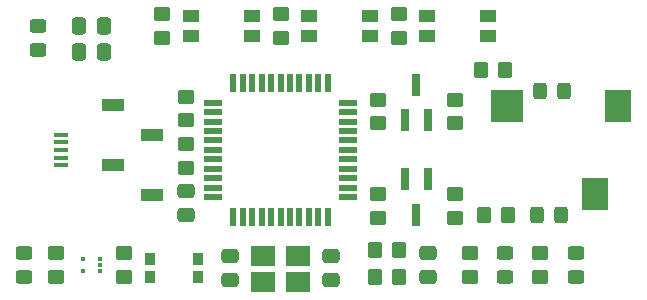
<source format=gbr>
%TF.GenerationSoftware,KiCad,Pcbnew,(6.0.0)*%
%TF.CreationDate,2022-01-19T15:31:05-06:00*%
%TF.ProjectId,microkfd,6d696372-6f6b-4666-942e-6b696361645f,C*%
%TF.SameCoordinates,Original*%
%TF.FileFunction,Paste,Top*%
%TF.FilePolarity,Positive*%
%FSLAX46Y46*%
G04 Gerber Fmt 4.6, Leading zero omitted, Abs format (unit mm)*
G04 Created by KiCad (PCBNEW (6.0.0)) date 2022-01-19 15:31:05*
%MOMM*%
%LPD*%
G01*
G04 APERTURE LIST*
G04 Aperture macros list*
%AMRoundRect*
0 Rectangle with rounded corners*
0 $1 Rounding radius*
0 $2 $3 $4 $5 $6 $7 $8 $9 X,Y pos of 4 corners*
0 Add a 4 corners polygon primitive as box body*
4,1,4,$2,$3,$4,$5,$6,$7,$8,$9,$2,$3,0*
0 Add four circle primitives for the rounded corners*
1,1,$1+$1,$2,$3*
1,1,$1+$1,$4,$5*
1,1,$1+$1,$6,$7*
1,1,$1+$1,$8,$9*
0 Add four rect primitives between the rounded corners*
20,1,$1+$1,$2,$3,$4,$5,0*
20,1,$1+$1,$4,$5,$6,$7,0*
20,1,$1+$1,$6,$7,$8,$9,0*
20,1,$1+$1,$8,$9,$2,$3,0*%
G04 Aperture macros list end*
%ADD10RoundRect,0.250000X0.475000X-0.337500X0.475000X0.337500X-0.475000X0.337500X-0.475000X-0.337500X0*%
%ADD11RoundRect,0.250000X-0.475000X0.337500X-0.475000X-0.337500X0.475000X-0.337500X0.475000X0.337500X0*%
%ADD12RoundRect,0.250000X-0.337500X-0.475000X0.337500X-0.475000X0.337500X0.475000X-0.337500X0.475000X0*%
%ADD13RoundRect,0.249999X-0.325001X-0.450001X0.325001X-0.450001X0.325001X0.450001X-0.325001X0.450001X0*%
%ADD14RoundRect,0.249999X0.325001X0.450001X-0.325001X0.450001X-0.325001X-0.450001X0.325001X-0.450001X0*%
%ADD15RoundRect,0.249999X-0.450001X0.325001X-0.450001X-0.325001X0.450001X-0.325001X0.450001X0.325001X0*%
%ADD16RoundRect,0.249999X0.450001X-0.325001X0.450001X0.325001X-0.450001X0.325001X-0.450001X-0.325001X0*%
%ADD17R,2.200000X2.800000*%
%ADD18R,2.800000X2.800000*%
%ADD19R,1.900000X1.000000*%
%ADD20RoundRect,0.249999X-0.450001X0.350001X-0.450001X-0.350001X0.450001X-0.350001X0.450001X0.350001X0*%
%ADD21RoundRect,0.249999X0.450001X-0.350001X0.450001X0.350001X-0.450001X0.350001X-0.450001X-0.350001X0*%
%ADD22RoundRect,0.249999X-0.350001X-0.450001X0.350001X-0.450001X0.350001X0.450001X-0.350001X0.450001X0*%
%ADD23R,0.900000X1.000000*%
%ADD24R,1.450000X1.000000*%
%ADD25R,0.450000X0.300000*%
%ADD26R,2.100000X1.800000*%
%ADD27R,1.300000X0.450000*%
%ADD28R,1.500000X0.550000*%
%ADD29R,0.550000X1.500000*%
%ADD30R,0.800000X1.900000*%
G04 APERTURE END LIST*
D10*
%TO.C,C1*%
X119250000Y-111037500D03*
X119250000Y-108962500D03*
%TD*%
D11*
%TO.C,C2*%
X110750000Y-108962500D03*
X110750000Y-111037500D03*
%TD*%
%TO.C,C3*%
X107000000Y-103462500D03*
X107000000Y-105537500D03*
%TD*%
D12*
%TO.C,C4*%
X97962500Y-89500000D03*
X100037500Y-89500000D03*
%TD*%
D10*
%TO.C,C5*%
X127500000Y-110787500D03*
X127500000Y-108712500D03*
%TD*%
D12*
%TO.C,C6*%
X97962500Y-91750000D03*
X100037500Y-91750000D03*
%TD*%
D13*
%TO.C,D1*%
X136975000Y-95000000D03*
X139025000Y-95000000D03*
%TD*%
D14*
%TO.C,D2*%
X138775000Y-105500000D03*
X136725000Y-105500000D03*
%TD*%
D15*
%TO.C,D3*%
X93250000Y-108725000D03*
X93250000Y-110775000D03*
%TD*%
D16*
%TO.C,D4*%
X134000000Y-110750000D03*
X134000000Y-108700000D03*
%TD*%
%TO.C,D5*%
X140000000Y-110775000D03*
X140000000Y-108725000D03*
%TD*%
D15*
%TO.C,F1*%
X94500000Y-89475000D03*
X94500000Y-91525000D03*
%TD*%
D17*
%TO.C,J2*%
X141600000Y-103700000D03*
X143600000Y-96300000D03*
D18*
X134200000Y-96300000D03*
%TD*%
D19*
%TO.C,J3*%
X104150000Y-103810000D03*
X100850000Y-101270000D03*
X104150000Y-98730000D03*
X100850000Y-96190000D03*
%TD*%
D20*
%TO.C,R1*%
X107000000Y-99500000D03*
X107000000Y-101500000D03*
%TD*%
%TO.C,R2*%
X107000000Y-95500000D03*
X107000000Y-97500000D03*
%TD*%
D21*
%TO.C,R3*%
X101750000Y-110750000D03*
X101750000Y-108750000D03*
%TD*%
D22*
%TO.C,R4*%
X123000000Y-110750000D03*
X125000000Y-110750000D03*
%TD*%
D21*
%TO.C,R5*%
X105000000Y-90500000D03*
X105000000Y-88500000D03*
%TD*%
D22*
%TO.C,R6*%
X123000000Y-108500000D03*
X125000000Y-108500000D03*
%TD*%
D21*
%TO.C,R7*%
X115000000Y-90500000D03*
X115000000Y-88500000D03*
%TD*%
%TO.C,R8*%
X123250000Y-97750000D03*
X123250000Y-95750000D03*
%TD*%
%TO.C,R9*%
X123250000Y-105750000D03*
X123250000Y-103750000D03*
%TD*%
D20*
%TO.C,R10*%
X129750000Y-95750000D03*
X129750000Y-97750000D03*
%TD*%
D21*
%TO.C,R11*%
X129750000Y-105750000D03*
X129750000Y-103750000D03*
%TD*%
%TO.C,R12*%
X125000000Y-90500000D03*
X125000000Y-88500000D03*
%TD*%
D22*
%TO.C,R13*%
X132000000Y-93250000D03*
X134000000Y-93250000D03*
%TD*%
%TO.C,R14*%
X132250000Y-105500000D03*
X134250000Y-105500000D03*
%TD*%
D20*
%TO.C,R15*%
X96000000Y-108750000D03*
X96000000Y-110750000D03*
%TD*%
%TO.C,R16*%
X131000000Y-108750000D03*
X131000000Y-110750000D03*
%TD*%
%TO.C,R17*%
X137000000Y-108750000D03*
X137000000Y-110750000D03*
%TD*%
D23*
%TO.C,SW1*%
X108050000Y-110800000D03*
X103950000Y-110800000D03*
X108050000Y-109200000D03*
X103950000Y-109200000D03*
%TD*%
D24*
%TO.C,SW2*%
X112575000Y-88650000D03*
X107425000Y-88650000D03*
X107425000Y-90350000D03*
X112575000Y-90350000D03*
%TD*%
%TO.C,SW3*%
X122575000Y-88650000D03*
X117425000Y-88650000D03*
X122575000Y-90350000D03*
X117425000Y-90350000D03*
%TD*%
%TO.C,SW4*%
X132575000Y-88650000D03*
X127425000Y-88650000D03*
X127425000Y-90350000D03*
X132575000Y-90350000D03*
%TD*%
D25*
%TO.C,U1*%
X99700000Y-110250000D03*
X99700000Y-109750000D03*
X99700000Y-109250000D03*
X98300000Y-109250000D03*
X98300000Y-110250000D03*
%TD*%
D26*
%TO.C,Y1*%
X113550000Y-111200000D03*
X116450000Y-111200000D03*
X116450000Y-109000000D03*
X113550000Y-109000000D03*
%TD*%
D27*
%TO.C,J1*%
X96400000Y-98700000D03*
X96400000Y-99350000D03*
X96400000Y-100000000D03*
X96400000Y-100650000D03*
X96400000Y-101300000D03*
%TD*%
D28*
%TO.C,U2*%
X109300000Y-96000000D03*
X109300000Y-96800000D03*
X109300000Y-97600000D03*
X109300000Y-98400000D03*
X109300000Y-99200000D03*
X109300000Y-100000000D03*
X109300000Y-100800000D03*
X109300000Y-101600000D03*
X109300000Y-102400000D03*
X109300000Y-103200000D03*
X109300000Y-104000000D03*
D29*
X111000000Y-105700000D03*
X111800000Y-105700000D03*
X112600000Y-105700000D03*
X113400000Y-105700000D03*
X114200000Y-105700000D03*
X115000000Y-105700000D03*
X115800000Y-105700000D03*
X116600000Y-105700000D03*
X117400000Y-105700000D03*
X118200000Y-105700000D03*
X119000000Y-105700000D03*
D28*
X120700000Y-104000000D03*
X120700000Y-103200000D03*
X120700000Y-102400000D03*
X120700000Y-101600000D03*
X120700000Y-100800000D03*
X120700000Y-100000000D03*
X120700000Y-99200000D03*
X120700000Y-98400000D03*
X120700000Y-97600000D03*
X120700000Y-96800000D03*
X120700000Y-96000000D03*
D29*
X119000000Y-94300000D03*
X118200000Y-94300000D03*
X117400000Y-94300000D03*
X116600000Y-94300000D03*
X115800000Y-94300000D03*
X115000000Y-94300000D03*
X114200000Y-94300000D03*
X113400000Y-94300000D03*
X112600000Y-94300000D03*
X111800000Y-94300000D03*
X111000000Y-94300000D03*
%TD*%
D30*
%TO.C,Q2*%
X127450000Y-102500000D03*
X125550000Y-102500000D03*
X126500000Y-105500000D03*
%TD*%
%TO.C,Q1*%
X125550000Y-97500000D03*
X127450000Y-97500000D03*
X126500000Y-94500000D03*
%TD*%
M02*

</source>
